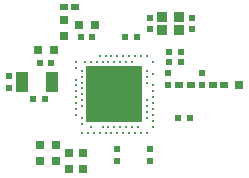
<source format=gtp>
G04*
G04 #@! TF.GenerationSoftware,Altium Limited,Altium Designer,19.0.15 (446)*
G04*
G04 Layer_Color=8421504*
%FSLAX24Y24*%
%MOIN*%
G70*
G01*
G75*
%ADD13R,0.0236X0.0197*%
%ADD14R,0.0256X0.0197*%
%ADD15R,0.0197X0.0236*%
%ADD16R,0.0315X0.0295*%
%ADD17R,0.0374X0.0335*%
%ADD18R,0.0295X0.0315*%
%ADD19R,0.0300X0.0300*%
%ADD20C,0.0118*%
%ADD21R,0.1909X0.1909*%
%ADD22R,0.0394X0.0709*%
D13*
X2205Y1073D02*
D03*
X1811D02*
D03*
X758Y1900D02*
D03*
X364D02*
D03*
X2126Y-787D02*
D03*
X2520D02*
D03*
X1811Y1427D02*
D03*
X2205D02*
D03*
X-2096Y1033D02*
D03*
X-2490D02*
D03*
X-2314Y-167D02*
D03*
X-2708D02*
D03*
X-1127Y1900D02*
D03*
X-733D02*
D03*
D14*
X3293Y302D02*
D03*
X3667D02*
D03*
X2165Y302D02*
D03*
X2539Y302D02*
D03*
X-1673Y2904D02*
D03*
X-1299D02*
D03*
D15*
X2916Y323D02*
D03*
Y717D02*
D03*
X1792Y305D02*
D03*
Y699D02*
D03*
X1191Y-1821D02*
D03*
Y-2215D02*
D03*
X98Y-1821D02*
D03*
Y-2215D02*
D03*
X2574Y2557D02*
D03*
Y2164D02*
D03*
X1174Y2164D02*
D03*
Y2557D02*
D03*
X-3515Y217D02*
D03*
Y610D02*
D03*
D16*
X-1959Y-2215D02*
D03*
Y-1683D02*
D03*
X-2490Y-2215D02*
D03*
Y-1683D02*
D03*
X-1673Y2490D02*
D03*
Y1959D02*
D03*
X-1496Y-2500D02*
D03*
Y-1969D02*
D03*
X-1033Y-2500D02*
D03*
Y-1969D02*
D03*
D17*
X1589Y2134D02*
D03*
Y2587D02*
D03*
X2160D02*
D03*
Y2134D02*
D03*
D18*
X-2549Y1467D02*
D03*
X-2018D02*
D03*
X-1191Y2309D02*
D03*
X-659D02*
D03*
D19*
X4156Y300D02*
D03*
D20*
X886Y1280D02*
D03*
X-492D02*
D03*
X-295D02*
D03*
X-98D02*
D03*
X98D02*
D03*
X295D02*
D03*
X492D02*
D03*
X689D02*
D03*
X1083D02*
D03*
X-1280Y1083D02*
D03*
X-984D02*
D03*
X-787D02*
D03*
X-591D02*
D03*
X-394D02*
D03*
X-197D02*
D03*
X0D02*
D03*
X197D02*
D03*
X394D02*
D03*
X591D02*
D03*
X1280D02*
D03*
X1083Y787D02*
D03*
X-1280Y886D02*
D03*
X-1083Y787D02*
D03*
X1280Y689D02*
D03*
X-1083Y591D02*
D03*
X1083D02*
D03*
X-1280Y492D02*
D03*
X-1083Y394D02*
D03*
X1083D02*
D03*
X-1280Y295D02*
D03*
X1280D02*
D03*
X-1083Y197D02*
D03*
X-1280Y98D02*
D03*
X1280D02*
D03*
X-1083Y0D02*
D03*
X-1280Y-98D02*
D03*
X1280D02*
D03*
X-1083Y-197D02*
D03*
X1083D02*
D03*
X-1280Y-295D02*
D03*
X1280D02*
D03*
X-1083Y-394D02*
D03*
X1083D02*
D03*
X-1280Y-492D02*
D03*
X1280D02*
D03*
X1083Y-591D02*
D03*
X-1280Y-689D02*
D03*
X1280D02*
D03*
X-1083Y-787D02*
D03*
X1083D02*
D03*
X1280Y-886D02*
D03*
X-1083Y-984D02*
D03*
X-787Y-1083D02*
D03*
X-394D02*
D03*
X-197D02*
D03*
X0D02*
D03*
X197D02*
D03*
X394D02*
D03*
X591D02*
D03*
X787D02*
D03*
X1280D02*
D03*
X-1083Y-1280D02*
D03*
X-886D02*
D03*
X-689D02*
D03*
X-492D02*
D03*
X-295D02*
D03*
X-98D02*
D03*
X98D02*
D03*
X295D02*
D03*
X492D02*
D03*
X689D02*
D03*
X886D02*
D03*
X1083D02*
D03*
D21*
X0Y0D02*
D03*
D22*
X-2078Y404D02*
D03*
X-3062D02*
D03*
M02*

</source>
